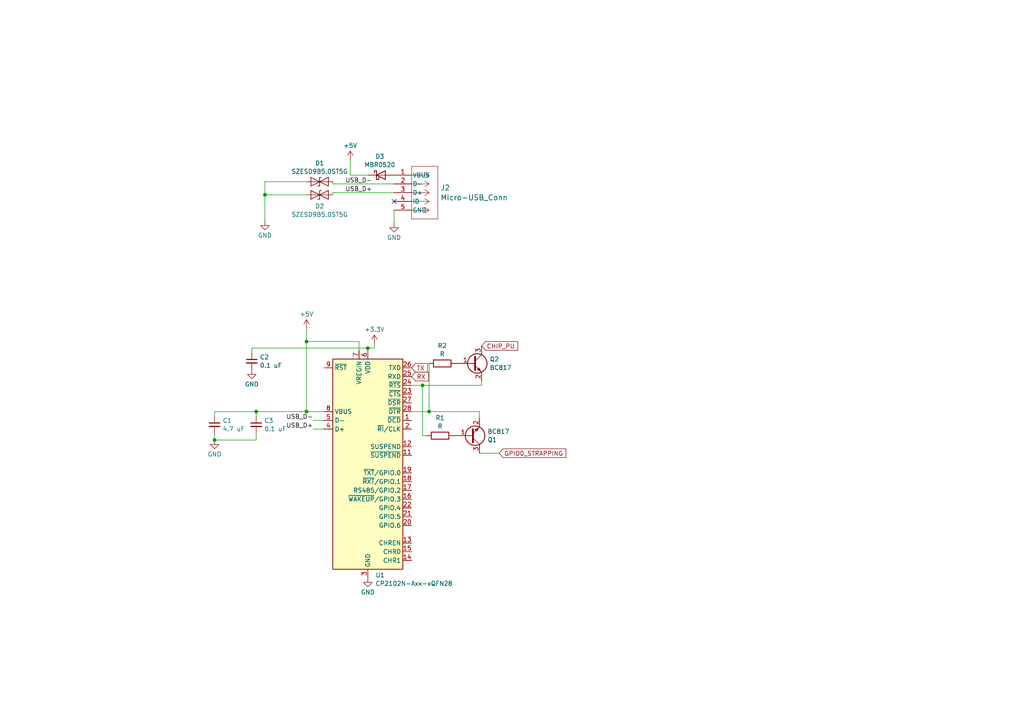
<source format=kicad_sch>
(kicad_sch (version 20231120) (generator "eeschema") (generator_version "8.0")
  (paper "A4")
  (lib_symbols
    (symbol "Device:C_Small" (pin_numbers hide) (pin_names (offset 0.254) hide)
      (property "Reference" "C" (at 0.254 1.778 0))
      (property "Value" "C_Small" (at 0.254 -2.032 0))
      (symbol "C_Small_0_1"
        (polyline (pts (xy -1.524 -0.508) (xy 1.524 -0.508)) (stroke (width 0.3302)))
        (polyline (pts (xy -1.524 0.508) (xy 1.524 0.508)) (stroke (width 0.3048)))
      )
      (symbol "C_Small_1_1"
        (pin passive line (at 0 2.54 270) (length 2.032) (name "~") (number "1"))
        (pin passive line (at 0 -2.54 90) (length 2.032) (name "~") (number "2"))
      )
    )
    (symbol "Device:R" (pin_numbers hide) (pin_names (offset 0))
      (property "Reference" "R" (at 2.032 0 90))
      (property "Value" "R" (at 0 0 90))
      (symbol "R_0_1"
        (rectangle (start -1.016 -2.54) (end 1.016 2.54) (stroke (width 0.254)))
      )
      (symbol "R_1_1"
        (pin passive line (at 0 3.81 270) (length 1.27) (name "~") (number "1"))
        (pin passive line (at 0 -3.81 90) (length 1.27) (name "~") (number "2"))
      )
    )
    (symbol "Diode:MBR0520" (pin_numbers hide) (pin_names (offset 1.016) hide)
      (property "Reference" "D" (at 0 2.54 0))
      (property "Value" "MBR0520" (at 0 -2.54 0))
      (symbol "MBR0520_0_1"
        (polyline (pts (xy 1.27 0) (xy -1.27 0)))
        (polyline (pts (xy 1.27 1.27) (xy 1.27 -1.27) (xy -1.27 0) (xy 1.27 1.27)) (stroke (width 0.254)))
        (polyline (pts (xy -1.905 0.635) (xy -1.905 1.27) (xy -1.27 1.27) (xy -1.27 -1.27) (xy -0.635 -1.27) (xy -0.635 -0.635)) (stroke (width 0.254)))
      )
      (symbol "MBR0520_1_1"
        (pin passive line (at -3.81 0 0) (length 2.54) (name "K") (number "1"))
        (pin passive line (at 3.81 0 180) (length 2.54) (name "A") (number "2"))
      )
    )
    (symbol "Diode:SZESD9B5.0ST5G" (pin_numbers hide) (pin_names (offset 1.016) hide)
      (property "Reference" "D" (at 0 2.54 0))
      (property "Value" "SZESD9B5.0ST5G" (at 0 -2.54 0))
      (symbol "SZESD9B5.0ST5G_0_1"
        (polyline (pts (xy 1.27 0) (xy -1.27 0)))
        (polyline (pts (xy -2.54 -1.27) (xy 0 0) (xy -2.54 1.27) (xy -2.54 -1.27)) (stroke (width 0.2032)))
        (polyline (pts (xy 0.508 1.27) (xy 0 1.27) (xy 0 -1.27) (xy -0.508 -1.27)) (stroke (width 0.2032)))
        (polyline (pts (xy 2.54 1.27) (xy 2.54 -1.27) (xy 0 0) (xy 2.54 1.27)) (stroke (width 0.2032)))
      )
      (symbol "SZESD9B5.0ST5G_1_1"
        (pin passive line (at -3.81 0 0) (length 2.54) (name "A1") (number "1"))
        (pin passive line (at 3.81 0 180) (length 2.54) (name "A2") (number "2"))
      )
    )
    (symbol "Interface_USB:CP2102N-Axx-xQFN28"
      (property "Reference" "U" (at -8.89 31.75 0))
      (property "Value" "CP2102N-Axx-xQFN28" (at 12.7 31.75 0))
      (symbol "CP2102N-Axx-xQFN28_0_1"
        (rectangle (start -10.16 30.48) (end 10.16 -30.48) (stroke (width 0.254)) (fill (type background)))
      )
      (symbol "CP2102N-Axx-xQFN28_1_1"
        (pin input line (at 12.7 12.7 180) (length 2.54) (name "~{DCD}") (number "1"))
        (pin no_connect line (at -10.16 -27.94 0) (length 2.54) hide (name "NC") (number "10"))
        (pin output line (at 12.7 2.54 180) (length 2.54) (name "~{SUSPEND}") (number "11"))
        (pin output line (at 12.7 5.08 180) (length 2.54) (name "SUSPEND") (number "12"))
        (pin output line (at 12.7 -22.86 180) (length 2.54) (name "CHREN") (number "13"))
        (pin output line (at 12.7 -27.94 180) (length 2.54) (name "CHR1") (number "14"))
        (pin output line (at 12.7 -25.4 180) (length 2.54) (name "CHR0") (number "15"))
        (pin bidirectional line (at 12.7 -10.16 180) (length 2.54) (name "~{WAKEUP}/GPIO.3") (number "16"))
        (pin bidirectional line (at 12.7 -7.62 180) (length 2.54) (name "RS485/GPIO.2") (number "17"))
        (pin bidirectional line (at 12.7 -5.08 180) (length 2.54) (name "~{RXT}/GPIO.1") (number "18"))
        (pin bidirectional line (at 12.7 -2.54 180) (length 2.54) (name "~{TXT}/GPIO.0") (number "19"))
        (pin bidirectional line (at 12.7 10.16 180) (length 2.54) (name "~{RI}/CLK") (number "2"))
        (pin bidirectional line (at 12.7 -17.78 180) (length 2.54) (name "GPIO.6") (number "20"))
        (pin bidirectional line (at 12.7 -15.24 180) (length 2.54) (name "GPIO.5") (number "21"))
        (pin bidirectional line (at 12.7 -12.7 180) (length 2.54) (name "GPIO.4") (number "22"))
        (pin input line (at 12.7 20.32 180) (length 2.54) (name "~{CTS}") (number "23"))
        (pin output line (at 12.7 22.86 180) (length 2.54) (name "~{RTS}") (number "24"))
        (pin input line (at 12.7 25.4 180) (length 2.54) (name "RXD") (number "25"))
        (pin output line (at 12.7 27.94 180) (length 2.54) (name "TXD") (number "26"))
        (pin input line (at 12.7 17.78 180) (length 2.54) (name "~{DSR}") (number "27"))
        (pin output line (at 12.7 15.24 180) (length 2.54) (name "~{DTR}") (number "28"))
        (pin passive line (at 0 -33.02 90) (length 2.54) hide (name "GND") (number "29"))
        (pin power_in line (at 0 -33.02 90) (length 2.54) (name "GND") (number "3"))
        (pin bidirectional line (at -12.7 10.16 0) (length 2.54) (name "D+") (number "4"))
        (pin bidirectional line (at -12.7 12.7 0) (length 2.54) (name "D-") (number "5"))
        (pin power_in line (at 0 33.02 270) (length 2.54) (name "VDD") (number "6"))
        (pin power_in line (at -2.54 33.02 270) (length 2.54) (name "VREGIN") (number "7"))
        (pin input line (at -12.7 15.24 0) (length 2.54) (name "VBUS") (number "8"))
        (pin input line (at -12.7 27.94 0) (length 2.54) (name "~{RST}") (number "9"))
      )
    )
    (symbol "Transistor_BJT:BC817" (pin_names (offset 0) hide)
      (property "Reference" "Q" (at 5.08 1.905 0))
      (property "Value" "BC817" (at 5.08 0 0))
      (symbol "BC817_0_1"
        (polyline (pts (xy 0.635 0.635) (xy 2.54 2.54)))
        (polyline (pts (xy 0.635 -0.635) (xy 2.54 -2.54) (xy 2.54 -2.54)))
        (polyline (pts (xy 0.635 1.905) (xy 0.635 -1.905) (xy 0.635 -1.905)) (stroke (width 0.508)))
        (polyline (pts (xy 1.27 -1.778) (xy 1.778 -1.27) (xy 2.286 -2.286) (xy 1.27 -1.778) (xy 1.27 -1.778)) (fill (type outline)))
        (circle (center 1.27 0) (radius 2.8194) (stroke (width 0.254)))
      )
      (symbol "BC817_1_1"
        (pin input line (at -5.08 0 0) (length 5.715) (name "B") (number "1"))
        (pin passive line (at 2.54 -5.08 90) (length 2.54) (name "E") (number "2"))
        (pin passive line (at 2.54 5.08 270) (length 2.54) (name "C") (number "3"))
      )
    )
    (symbol "micro-usb_connector:1050171001" (pin_names (offset 0.254))
      (property "Reference" "J?" (at 3.2385 1.0647 0))
      (property "Value" "1050171001" (at 3.2385 -2.2143 0))
      (symbol "1050171001_1_1"
        (polyline (pts (xy -5.08 -7.62) (xy 2.54 -7.62)) (stroke (width 0.127)))
        (polyline (pts (xy -5.08 7.62) (xy -5.08 -7.62)) (stroke (width 0.127)))
        (polyline (pts (xy 0 -5.08) (xy -5.08 -5.08)) (stroke (width 0.127)))
        (polyline (pts (xy 0 -5.08) (xy -1.27 -5.9267)) (stroke (width 0.127)))
        (polyline (pts (xy 0 -5.08) (xy -1.27 -4.2333)) (stroke (width 0.127)))
        (polyline (pts (xy 0 -2.54) (xy -5.08 -2.54)) (stroke (width 0.127)))
        (polyline (pts (xy 0 -2.54) (xy -1.27 -3.3867)) (stroke (width 0.127)))
        (polyline (pts (xy 0 -2.54) (xy -1.27 -1.6933)) (stroke (width 0.127)))
        (polyline (pts (xy 0 0) (xy -5.08 0)) (stroke (width 0.127)))
        (polyline (pts (xy 0 0) (xy -1.27 -0.8467)) (stroke (width 0.127)))
        (polyline (pts (xy 0 0) (xy -1.27 0.8467)) (stroke (width 0.127)))
        (polyline (pts (xy 0 2.54) (xy -5.08 2.54)) (stroke (width 0.127)))
        (polyline (pts (xy 0 2.54) (xy -1.27 1.6933)) (stroke (width 0.127)))
        (polyline (pts (xy 0 2.54) (xy -1.27 3.3867)) (stroke (width 0.127)))
        (polyline (pts (xy 0 5.08) (xy -5.08 5.08)) (stroke (width 0.127)))
        (polyline (pts (xy 0 5.08) (xy -1.27 4.2333)) (stroke (width 0.127)))
        (polyline (pts (xy 0 5.08) (xy -1.27 5.9267)) (stroke (width 0.127)))
        (polyline (pts (xy 2.54 -7.62) (xy 2.54 7.62)) (stroke (width 0.127)))
        (polyline (pts (xy 2.54 7.62) (xy -5.08 7.62)) (stroke (width 0.127)))
        (pin unspecified line (at -10.16 5.08 0) (length 5.08) (name "VBUS") (number "1"))
        (pin unspecified line (at -10.16 2.54 0) (length 5.08) (name "D-") (number "2"))
        (pin unspecified line (at -10.16 0 0) (length 5.08) (name "D+") (number "3"))
        (pin unspecified line (at -10.16 -2.54 0) (length 5.08) (name "ID") (number "4"))
        (pin unspecified line (at -10.16 -5.08 0) (length 5.08) (name "GND") (number "5"))
      )
      (symbol "1050171001_1_2"
        (polyline (pts (xy -5.08 -7.62) (xy 2.54 -7.62)) (stroke (width 0.127)))
        (polyline (pts (xy -5.08 7.62) (xy -5.08 -7.62)) (stroke (width 0.127)))
        (polyline (pts (xy -2.54 -5.08) (xy -5.08 -5.08)) (stroke (width 0.127)))
        (polyline (pts (xy -2.54 -5.08) (xy -1.27 -5.9267)) (stroke (width 0.127)))
        (polyline (pts (xy -2.54 -5.08) (xy -1.27 -4.2333)) (stroke (width 0.127)))
        (polyline (pts (xy -2.54 -2.54) (xy -5.08 -2.54)) (stroke (width 0.127)))
        (polyline (pts (xy -2.54 -2.54) (xy -1.27 -3.3867)) (stroke (width 0.127)))
        (polyline (pts (xy -2.54 -2.54) (xy -1.27 -1.6933)) (stroke (width 0.127)))
        (polyline (pts (xy -2.54 0) (xy -5.08 0)) (stroke (width 0.127)))
        (polyline (pts (xy -2.54 0) (xy -1.27 -0.8467)) (stroke (width 0.127)))
        (polyline (pts (xy -2.54 0) (xy -1.27 0.8467)) (stroke (width 0.127)))
        (polyline (pts (xy -2.54 2.54) (xy -5.08 2.54)) (stroke (width 0.127)))
        (polyline (pts (xy -2.54 2.54) (xy -1.27 1.6933)) (stroke (width 0.127)))
        (polyline (pts (xy -2.54 2.54) (xy -1.27 3.3867)) (stroke (width 0.127)))
        (polyline (pts (xy -2.54 5.08) (xy -5.08 5.08)) (stroke (width 0.127)))
        (polyline (pts (xy -2.54 5.08) (xy -1.27 4.2333)) (stroke (width 0.127)))
        (polyline (pts (xy -2.54 5.08) (xy -1.27 5.9267)) (stroke (width 0.127)))
        (polyline (pts (xy 2.54 -7.62) (xy 2.54 7.62)) (stroke (width 0.127)))
        (polyline (pts (xy 2.54 7.62) (xy -5.08 7.62)) (stroke (width 0.127)))
        (pin unspecified line (at -10.16 5.08 0) (length 5.08) (name "1") (number "1"))
        (pin unspecified line (at -10.16 2.54 0) (length 5.08) (name "2") (number "2"))
        (pin unspecified line (at -10.16 0 0) (length 5.08) (name "3") (number "3"))
        (pin unspecified line (at -10.16 -2.54 0) (length 5.08) (name "4") (number "4"))
        (pin unspecified line (at -10.16 -5.08 0) (length 5.08) (name "5") (number "5"))
      )
    )
    (symbol "power:+3.3V" (power) (pin_numbers hide) (pin_names (offset 0) hide)
      (property "Value" "+3.3V" (at 0 3.556 0))
      (symbol "+3.3V_0_1"
        (polyline (pts (xy -0.762 1.27) (xy 0 2.54)))
        (polyline (pts (xy 0 0) (xy 0 2.54)))
        (polyline (pts (xy 0 2.54) (xy 0.762 1.27)))
      )
      (symbol "+3.3V_1_1"
        (pin power_in line (at 0 0 90) (length 0) (name "~") (number "1"))
      )
    )
    (symbol "power:+5V" (power) (pin_numbers hide) (pin_names (offset 0) hide)
      (property "Value" "+5V" (at 0 3.556 0))
      (symbol "+5V_0_1"
        (polyline (pts (xy -0.762 1.27) (xy 0 2.54)))
        (polyline (pts (xy 0 0) (xy 0 2.54)))
        (polyline (pts (xy 0 2.54) (xy 0.762 1.27)))
      )
      (symbol "+5V_1_1"
        (pin power_in line (at 0 0 90) (length 0) (name "~") (number "1"))
      )
    )
    (symbol "power:GND" (power) (pin_numbers hide) (pin_names (offset 0) hide)
      (property "Value" "GND" (at 0 -3.81 0))
      (symbol "GND_0_1"
        (polyline (pts (xy 0 0) (xy 0 -1.27) (xy 1.27 -1.27) (xy 0 -2.54) (xy -1.27 -1.27) (xy 0 -1.27)))
      )
      (symbol "GND_1_1"
        (pin power_in line (at 0 0 270) (length 0) (name "~") (number "1"))
      )
    )
  )
  (junction (at 76.835 56.515))
  (junction (at 88.9 99.06))
  (junction (at 88.9 119.38))
  (junction (at 124.46 119.38))
  (junction (at 62.23 127.635))
  (junction (at 74.295 119.38))
  (junction (at 122.555 111.76))
  (junction (at 106.68 100.965))
  (no_connect (at 114.3 58.42))
  (wire (pts (xy 106.68 100.965) (xy 106.68 101.6)))
  (wire (pts (xy 108.585 100.965) (xy 106.68 100.965)))
  (wire (pts (xy 119.38 111.76) (xy 122.555 111.76)))
  (wire (pts (xy 88.9 52.705) (xy 76.835 52.705)))
  (wire (pts (xy 88.9 119.38) (xy 93.98 119.38)))
  (wire (pts (xy 74.295 119.38) (xy 88.9 119.38)))
  (wire (pts (xy 124.46 105.41) (xy 124.46 119.38)))
  (wire (pts (xy 96.52 55.88) (xy 114.3 55.88)))
  (wire (pts (xy 90.805 121.92) (xy 93.98 121.92)))
  (wire (pts (xy 101.6 50.8) (xy 101.6 46.355)))
  (wire (pts (xy 114.3 60.96) (xy 114.3 64.77)))
  (wire (pts (xy 73.025 100.965) (xy 73.025 102.235)))
  (wire (pts (xy 122.555 111.76) (xy 139.7 111.76)))
  (wire (pts (xy 88.9 95.25) (xy 88.9 99.06)))
  (wire (pts (xy 74.295 125.73) (xy 74.295 127.635)))
  (wire (pts (xy 62.23 125.73) (xy 62.23 127.635)))
  (wire (pts (xy 139.7 111.76) (xy 139.7 110.49)))
  (wire (pts (xy 74.295 119.38) (xy 74.295 120.65)))
  (wire (pts (xy 104.14 99.06) (xy 104.14 101.6)))
  (wire (pts (xy 96.52 53.34) (xy 114.3 53.34)))
  (wire (pts (xy 62.23 120.65) (xy 62.23 119.38)))
  (wire (pts (xy 76.835 52.705) (xy 76.835 56.515)))
  (wire (pts (xy 122.555 126.365) (xy 123.825 126.365)))
  (wire (pts (xy 119.38 119.38) (xy 124.46 119.38)))
  (wire (pts (xy 144.78 131.445) (xy 139.065 131.445)))
  (wire (pts (xy 76.835 56.515) (xy 76.835 64.135)))
  (wire (pts (xy 88.9 99.06) (xy 104.14 99.06)))
  (wire (pts (xy 73.025 100.965) (xy 106.68 100.965)))
  (wire (pts (xy 122.555 126.365) (xy 122.555 111.76)))
  (wire (pts (xy 108.585 99.695) (xy 108.585 100.965)))
  (wire (pts (xy 62.23 119.38) (xy 74.295 119.38)))
  (wire (pts (xy 96.52 52.705) (xy 96.52 53.34)))
  (wire (pts (xy 101.6 50.8) (xy 106.68 50.8)))
  (wire (pts (xy 88.9 99.06) (xy 88.9 119.38)))
  (wire (pts (xy 90.805 124.46) (xy 93.98 124.46)))
  (wire (pts (xy 76.835 56.515) (xy 88.9 56.515)))
  (wire (pts (xy 139.065 119.38) (xy 139.065 121.285)))
  (wire (pts (xy 96.52 56.515) (xy 96.52 55.88)))
  (wire (pts (xy 124.46 119.38) (xy 139.065 119.38)))
  (wire (pts (xy 74.295 127.635) (xy 62.23 127.635)))
  (label "USB_D-" (at 107.95 53.34 180))
  (label "USB_D+" (at 107.95 55.88 180))
  (label "USB_D-" (at 90.805 121.92 180))
  (label "USB_D+" (at 90.805 124.46 180))
  (global_label "CHIP_PU" (shape input) (at 139.7 100.33 0) (property "Intersheetrefs" "${INTERSHEET_REFS}" (effects (hide yes))))
  (global_label "GPIO0_STRAPPING" (shape input) (at 144.78 131.445 0) (property "Intersheetrefs" "${INTERSHEET_REFS}" (effects (hide yes))))
  (global_label "RX" (shape input) (at 119.38 109.22 0) (property "Intersheetrefs" "${INTERSHEET_REFS}" (effects (hide yes))))
  (global_label "TX" (shape input) (at 119.38 106.68 0) (property "Intersheetrefs" "${INTERSHEET_REFS}" (effects (hide yes))))
  (symbol (lib_id "power:GND") (at 114.3 64.77 0) (unit 1)
    (property "Reference" "#PWR011" (effects (hide yes)))
    (property "Value" "GND" (at 114.3 68.9031 0))
    (property "Description" "Power symbol creates a global label with name \"GND\" , ground" (effects (hide yes)))
  )
  (symbol (lib_id "Diode:SZESD9B5.0ST5G") (at 92.71 56.515 180) (unit 1)
    (property "Reference" "D2" (at 92.71 59.8057 0))
    (property "Value" "SZESD9B5.0ST5G" (at 92.71 62.23 0))
    (property "Footprint" "Diode_SMD:D_SOD-923" (effects (hide yes)))
    (property "Datasheet" "https://www.onsemi.com/pub/Collateral/ESD9B-D.PDF" (effects (hide yes)))
    (property "Description" "ESD protection diode, 5.0Vrwm, SOD-923" (effects (hide yes)))
  )
  (symbol (lib_id "power:GND") (at 106.68 167.64 0) (unit 1)
    (property "Reference" "#PWR08" (effects (hide yes)))
    (property "Value" "GND" (at 106.68 171.7731 0))
    (property "Description" "Power symbol creates a global label with name \"GND\" , ground" (effects (hide yes)))
  )
  (symbol (lib_id "power:+3.3V") (at 108.585 99.695 0) (unit 1)
    (property "Reference" "#PWR010" (effects (hide yes)))
    (property "Value" "+3.3V" (at 108.585 95.5619 0))
    (property "Description" "Power symbol creates a global label with name \"+3.3V\"" (effects (hide yes)))
  )
  (symbol (lib_id "power:GND") (at 73.025 107.315 0) (unit 1)
    (property "Reference" "#PWR02" (effects (hide yes)))
    (property "Value" "GND" (at 73.025 111.4481 0))
    (property "Description" "Power symbol creates a global label with name \"GND\" , ground" (effects (hide yes)))
  )
  (symbol (lib_id "Device:C_Small") (at 62.23 123.19 0) (unit 1)
    (property "Reference" "C1" (at 64.5541 121.9841 0) (effects (justify left)))
    (property "Value" "4.7 uF" (at 64.5541 124.4084 0) (effects (justify left)))
    (property "Description" "Unpolarized capacitor, small symbol" (effects (hide yes)))
  )
  (symbol (lib_id "Device:R") (at 127.635 126.365 90) (unit 1)
    (property "Reference" "R1" (at 127.635 121.2045 90))
    (property "Value" "R" (at 127.635 123.6288 90))
    (property "Description" "Resistor" (effects (hide yes)))
  )
  (symbol (lib_id "Interface_USB:CP2102N-Axx-xQFN28") (at 106.68 134.62 0) (unit 1)
    (property "Reference" "U1" (at 108.8741 166.8201 0) (effects (justify left)))
    (property "Value" "CP2102N-Axx-xQFN28" (at 108.8741 169.2444 0) (effects (justify left)))
    (property "Footprint" "Package_DFN_QFN:QFN-28-1EP_5x5mm_P0.5mm_EP3.35x3.35mm" (effects (hide yes)))
    (property "Datasheet" "https://www.silabs.com/documents/public/data-sheets/cp2102n-datasheet.pdf" (effects (hide yes)))
    (property "Description" "USB to UART master bridge, QFN-28" (effects (hide yes)))
  )
  (symbol (lib_id "power:GND") (at 76.835 64.135 0) (unit 1)
    (property "Reference" "#PWR04" (effects (hide yes)))
    (property "Value" "GND" (at 76.835 68.2681 0))
    (property "Description" "Power symbol creates a global label with name \"GND\" , ground" (effects (hide yes)))
  )
  (symbol (lib_id "power:+5V") (at 101.6 46.355 0) (unit 1)
    (property "Reference" "#PWR09" (effects (hide yes)))
    (property "Value" "+5V" (at 101.6 42.2219 0))
    (property "Description" "Power symbol creates a global label with name \"+5V\"" (effects (hide yes)))
  )
  (symbol (lib_id "Diode:MBR0520") (at 110.49 50.8 0) (unit 1)
    (property "Reference" "D3" (at 110.1725 45.3855 0))
    (property "Value" "MBR0520" (at 110.1725 47.8098 0))
    (property "Footprint" "Diode_SMD:D_SOD-123" (effects (hide yes)))
    (property "Datasheet" "http://www.mccsemi.com/up_pdf/MBR0520~MBR0580(SOD123).pdf" (effects (hide yes)))
    (property "Description" "20V 0.5A Schottky Power Rectifier Diode, SOD-123" (effects (hide yes)))
  )
  (symbol (lib_id "power:GND") (at 62.23 127.635 0) (unit 1)
    (property "Reference" "#PWR01" (effects (hide yes)))
    (property "Value" "GND" (at 62.23 131.7681 0))
    (property "Description" "Power symbol creates a global label with name \"GND\" , ground" (effects (hide yes)))
  )
  (symbol (lib_id "Diode:SZESD9B5.0ST5G") (at 92.71 52.705 180) (unit 1)
    (property "Reference" "D1" (at 92.71 47.3159 0))
    (property "Value" "SZESD9B5.0ST5G" (at 92.71 49.7402 0))
    (property "Footprint" "Diode_SMD:D_SOD-923" (effects (hide yes)))
    (property "Datasheet" "https://www.onsemi.com/pub/Collateral/ESD9B-D.PDF" (effects (hide yes)))
    (property "Description" "ESD protection diode, 5.0Vrwm, SOD-923" (effects (hide yes)))
  )
  (symbol (lib_id "Device:R") (at 128.27 105.41 90) (unit 1)
    (property "Reference" "R2" (at 128.27 100.2495 90))
    (property "Value" "R" (at 128.27 102.6738 90))
    (property "Description" "Resistor" (effects (hide yes)))
  )
  (symbol (lib_id "Device:C_Small") (at 74.295 123.19 0) (unit 1)
    (property "Reference" "C3" (at 76.6191 121.9841 0) (effects (justify left)))
    (property "Value" "0.1 uF" (at 76.6191 124.4084 0) (effects (justify left)))
    (property "Description" "Unpolarized capacitor, small symbol" (effects (hide yes)))
  )
  (symbol (lib_id "micro-usb_connector:1050171001") (at 124.46 55.88 0) (unit 1)
    (property "Reference" "J2" (at 127.6985 54.4635 0) (effects (font (size 1.524 1.524)) (justify left)))
    (property "Value" "Micro-USB_Conn" (at 127.6985 57.2964 0) (effects (font (size 1.524 1.524)) (justify left)))
    (property "Footprint" "CON00679_5_MOL" (effects (hide yes)))
    (property "Datasheet" "1050171001" (effects (hide yes)))
  )
  (symbol (lib_id "Transistor_BJT:BC817") (at 136.525 126.365 0) (mirror x) (unit 1)
    (property "Reference" "Q1" (at 141.3764 127.5772 0) (effects (justify left)))
    (property "Value" "BC817" (at 141.3764 125.1529 0) (effects (justify left)))
    (property "Footprint" "Package_TO_SOT_SMD:SOT-23" (effects (hide yes)))
    (property "Datasheet" "https://www.onsemi.com/pub/Collateral/BC818-D.pdf" (effects (hide yes)))
    (property "Description" "0.8A Ic, 45V Vce, NPN Transistor, SOT-23" (effects (hide yes)))
  )
  (symbol (lib_id "power:+5V") (at 88.9 95.25 0) (unit 1)
    (property "Reference" "#PWR06" (effects (hide yes)))
    (property "Value" "+5V" (at 88.9 91.1169 0))
    (property "Description" "Power symbol creates a global label with name \"+5V\"" (effects (hide yes)))
  )
  (symbol (lib_id "Transistor_BJT:BC817") (at 137.16 105.41 0) (unit 1)
    (property "Reference" "Q2" (at 142.0114 104.1978 0) (effects (justify left)))
    (property "Value" "BC817" (at 142.0114 106.6221 0) (effects (justify left)))
    (property "Footprint" "Package_TO_SOT_SMD:SOT-23" (effects (hide yes)))
    (property "Datasheet" "https://www.onsemi.com/pub/Collateral/BC818-D.pdf" (effects (hide yes)))
    (property "Description" "0.8A Ic, 45V Vce, NPN Transistor, SOT-23" (effects (hide yes)))
  )
  (symbol (lib_id "Device:C_Small") (at 73.025 104.775 0) (unit 1)
    (property "Reference" "C2" (at 75.3491 103.5691 0) (effects (justify left)))
    (property "Value" "0.1 uF" (at 75.3491 105.9934 0) (effects (justify left)))
    (property "Description" "Unpolarized capacitor, small symbol" (effects (hide yes)))
  )
)
</source>
